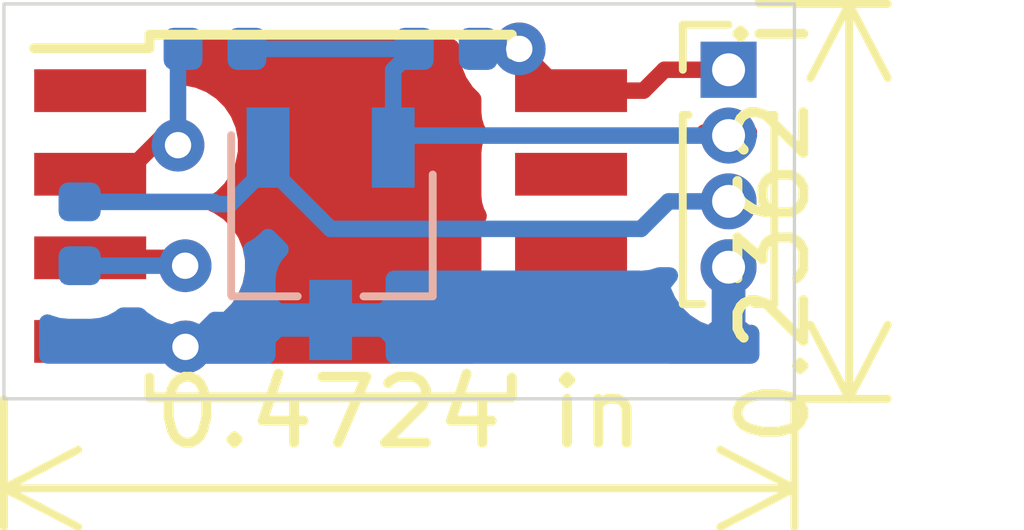
<source format=kicad_pcb>
(kicad_pcb (version 20171130) (host pcbnew "(5.1.2)-1")

  (general
    (thickness 1.6)
    (drawings 6)
    (tracks 46)
    (zones 0)
    (modules 6)
    (nets 11)
  )

  (page A4)
  (layers
    (0 F.Cu signal)
    (31 B.Cu signal)
    (32 B.Adhes user hide)
    (33 F.Adhes user hide)
    (34 B.Paste user hide)
    (35 F.Paste user hide)
    (36 B.SilkS user hide)
    (37 F.SilkS user)
    (38 B.Mask user)
    (39 F.Mask user)
    (40 Dwgs.User user)
    (41 Cmts.User user)
    (42 Eco1.User user)
    (43 Eco2.User user)
    (44 Edge.Cuts user)
    (45 Margin user)
    (46 B.CrtYd user)
    (47 F.CrtYd user)
    (48 B.Fab user hide)
    (49 F.Fab user hide)
  )

  (setup
    (last_trace_width 0.25)
    (trace_clearance 0.2)
    (zone_clearance 0.508)
    (zone_45_only no)
    (trace_min 0.2)
    (via_size 0.8)
    (via_drill 0.4)
    (via_min_size 0.4)
    (via_min_drill 0.3)
    (uvia_size 0.3)
    (uvia_drill 0.1)
    (uvias_allowed no)
    (uvia_min_size 0.2)
    (uvia_min_drill 0.1)
    (edge_width 0.05)
    (segment_width 0.2)
    (pcb_text_width 0.3)
    (pcb_text_size 1.5 1.5)
    (mod_edge_width 0.12)
    (mod_text_size 1 1)
    (mod_text_width 0.15)
    (pad_size 1.524 1.524)
    (pad_drill 0.762)
    (pad_to_mask_clearance 0.051)
    (solder_mask_min_width 0.25)
    (aux_axis_origin 0 0)
    (visible_elements 7FFFFFFF)
    (pcbplotparams
      (layerselection 0x010fc_ffffffff)
      (usegerberextensions true)
      (usegerberattributes false)
      (usegerberadvancedattributes false)
      (creategerberjobfile true)
      (excludeedgelayer true)
      (linewidth 0.100000)
      (plotframeref false)
      (viasonmask false)
      (mode 1)
      (useauxorigin false)
      (hpglpennumber 1)
      (hpglpenspeed 20)
      (hpglpendiameter 15.000000)
      (psnegative false)
      (psa4output false)
      (plotreference true)
      (plotvalue true)
      (plotinvisibletext false)
      (padsonsilk false)
      (subtractmaskfromsilk false)
      (outputformat 1)
      (mirror false)
      (drillshape 0)
      (scaleselection 1)
      (outputdirectory "gerber/"))
  )

  (net 0 "")
  (net 1 +D)
  (net 2 -D)
  (net 3 GND)
  (net 4 +V)
  (net 5 "Net-(R1-Pad1)")
  (net 6 "Net-(R2-Pad1)")
  (net 7 "Net-(U1-Pad1)")
  (net 8 "Net-(U1-Pad5)")
  (net 9 "Net-(U1-Pad6)")
  (net 10 "Net-(U1-Pad7)")

  (net_class Default "Esta es la clase de red por defecto."
    (clearance 0.2)
    (trace_width 0.25)
    (via_dia 0.8)
    (via_drill 0.4)
    (uvia_dia 0.3)
    (uvia_drill 0.1)
    (add_net +D)
    (add_net +V)
    (add_net -D)
    (add_net GND)
    (add_net "Net-(R1-Pad1)")
    (add_net "Net-(R2-Pad1)")
    (add_net "Net-(U1-Pad1)")
    (add_net "Net-(U1-Pad5)")
    (add_net "Net-(U1-Pad6)")
    (add_net "Net-(U1-Pad7)")
  )

  (module Resistor_SMD:R_0402_1005Metric (layer B.Cu) (tedit 5B301BBD) (tstamp 5CF71289)
    (at 88.148933 46.492592 90)
    (descr "Resistor SMD 0402 (1005 Metric), square (rectangular) end terminal, IPC_7351 nominal, (Body size source: http://www.tortai-tech.com/upload/download/2011102023233369053.pdf), generated with kicad-footprint-generator")
    (tags resistor)
    (path /5CF65D1A)
    (attr smd)
    (fp_text reference R1 (at 0 1.82 270) (layer B.SilkS) hide
      (effects (font (size 1 1) (thickness 0.15)) (justify mirror))
    )
    (fp_text value 68R (at 0 -1.82 270) (layer B.Fab) hide
      (effects (font (size 1 1) (thickness 0.15)) (justify mirror))
    )
    (fp_text user %R (at 0 0 270) (layer B.Fab) hide
      (effects (font (size 0.8 0.8) (thickness 0.12)) (justify mirror))
    )
    (fp_line (start 0.93 -0.47) (end -0.93 -0.47) (layer B.CrtYd) (width 0.05))
    (fp_line (start 0.93 0.47) (end 0.93 -0.47) (layer B.CrtYd) (width 0.05))
    (fp_line (start -0.93 0.47) (end 0.93 0.47) (layer B.CrtYd) (width 0.05))
    (fp_line (start -0.93 -0.47) (end -0.93 0.47) (layer B.CrtYd) (width 0.05))
    (fp_line (start 0.5 -0.25) (end -0.5 -0.25) (layer B.Fab) (width 0.1))
    (fp_line (start 0.5 0.25) (end 0.5 -0.25) (layer B.Fab) (width 0.1))
    (fp_line (start -0.5 0.25) (end 0.5 0.25) (layer B.Fab) (width 0.1))
    (fp_line (start -0.5 -0.25) (end -0.5 0.25) (layer B.Fab) (width 0.1))
    (pad 2 smd roundrect (at 0.485 0 90) (size 0.59 0.64) (layers B.Cu B.Paste B.Mask) (roundrect_rratio 0.25)
      (net 1 +D))
    (pad 1 smd roundrect (at -0.485 0 90) (size 0.59 0.64) (layers B.Cu B.Paste B.Mask) (roundrect_rratio 0.25)
      (net 5 "Net-(R1-Pad1)"))
    (model ${KISYS3DMOD}/Resistor_SMD.3dshapes/R_0402_1005Metric.wrl
      (at (xyz 0 0 0))
      (scale (xyz 1 1 1))
      (rotate (xyz 0 0 0))
    )
  )

  (module Resistor_SMD:R_0402_1005Metric (layer B.Cu) (tedit 5B301BBD) (tstamp 5CF712B3)
    (at 90.203933 43.682592)
    (descr "Resistor SMD 0402 (1005 Metric), square (rectangular) end terminal, IPC_7351 nominal, (Body size source: http://www.tortai-tech.com/upload/download/2011102023233369053.pdf), generated with kicad-footprint-generator")
    (tags resistor)
    (path /5CF668C7)
    (attr smd)
    (fp_text reference R2 (at 0 1.82) (layer B.SilkS) hide
      (effects (font (size 1 1) (thickness 0.15)) (justify mirror))
    )
    (fp_text value 68R (at 0 -1.82) (layer B.Fab) hide
      (effects (font (size 1 1) (thickness 0.15)) (justify mirror))
    )
    (fp_text user %R (at 0 0) (layer B.Fab)
      (effects (font (size 0.8 0.8) (thickness 0.12)) (justify mirror))
    )
    (fp_line (start 0.93 -0.47) (end -0.93 -0.47) (layer B.CrtYd) (width 0.05))
    (fp_line (start 0.93 0.47) (end 0.93 -0.47) (layer B.CrtYd) (width 0.05))
    (fp_line (start -0.93 0.47) (end 0.93 0.47) (layer B.CrtYd) (width 0.05))
    (fp_line (start -0.93 -0.47) (end -0.93 0.47) (layer B.CrtYd) (width 0.05))
    (fp_line (start 0.5 -0.25) (end -0.5 -0.25) (layer B.Fab) (width 0.1))
    (fp_line (start 0.5 0.25) (end 0.5 -0.25) (layer B.Fab) (width 0.1))
    (fp_line (start -0.5 0.25) (end 0.5 0.25) (layer B.Fab) (width 0.1))
    (fp_line (start -0.5 -0.25) (end -0.5 0.25) (layer B.Fab) (width 0.1))
    (pad 2 smd roundrect (at 0.485 0) (size 0.59 0.64) (layers B.Cu B.Paste B.Mask) (roundrect_rratio 0.25)
      (net 2 -D))
    (pad 1 smd roundrect (at -0.485 0) (size 0.59 0.64) (layers B.Cu B.Paste B.Mask) (roundrect_rratio 0.25)
      (net 6 "Net-(R2-Pad1)"))
    (model ${KISYS3DMOD}/Resistor_SMD.3dshapes/R_0402_1005Metric.wrl
      (at (xyz 0 0 0))
      (scale (xyz 1 1 1))
      (rotate (xyz 0 0 0))
    )
  )

  (module Resistor_SMD:R_0402_1005Metric (layer B.Cu) (tedit 5B301BBD) (tstamp 5CF712DD)
    (at 93.713933 43.682592 180)
    (descr "Resistor SMD 0402 (1005 Metric), square (rectangular) end terminal, IPC_7351 nominal, (Body size source: http://www.tortai-tech.com/upload/download/2011102023233369053.pdf), generated with kicad-footprint-generator")
    (tags resistor)
    (path /5CF6978E)
    (attr smd)
    (fp_text reference R3 (at 0 1.82 180) (layer B.SilkS) hide
      (effects (font (size 1 1) (thickness 0.15)) (justify mirror))
    )
    (fp_text value 1K5 (at 0 -1.82 180) (layer B.Fab) hide
      (effects (font (size 1 1) (thickness 0.15)) (justify mirror))
    )
    (fp_text user %R (at 0 0 180) (layer B.Fab)
      (effects (font (size 0.8 0.8) (thickness 0.12)) (justify mirror))
    )
    (fp_line (start 0.93 -0.47) (end -0.93 -0.47) (layer B.CrtYd) (width 0.05))
    (fp_line (start 0.93 0.47) (end 0.93 -0.47) (layer B.CrtYd) (width 0.05))
    (fp_line (start -0.93 0.47) (end 0.93 0.47) (layer B.CrtYd) (width 0.05))
    (fp_line (start -0.93 -0.47) (end -0.93 0.47) (layer B.CrtYd) (width 0.05))
    (fp_line (start 0.5 -0.25) (end -0.5 -0.25) (layer B.Fab) (width 0.1))
    (fp_line (start 0.5 0.25) (end 0.5 -0.25) (layer B.Fab) (width 0.1))
    (fp_line (start -0.5 0.25) (end 0.5 0.25) (layer B.Fab) (width 0.1))
    (fp_line (start -0.5 -0.25) (end -0.5 0.25) (layer B.Fab) (width 0.1))
    (pad 2 smd roundrect (at 0.485 0 180) (size 0.59 0.64) (layers B.Cu B.Paste B.Mask) (roundrect_rratio 0.25)
      (net 2 -D))
    (pad 1 smd roundrect (at -0.485 0 180) (size 0.59 0.64) (layers B.Cu B.Paste B.Mask) (roundrect_rratio 0.25)
      (net 4 +V))
    (model ${KISYS3DMOD}/Resistor_SMD.3dshapes/R_0402_1005Metric.wrl
      (at (xyz 0 0 0))
      (scale (xyz 1 1 1))
      (rotate (xyz 0 0 0))
    )
  )

  (module Package_TO_SOT_SMD:TSOT-23 (layer B.Cu) (tedit 5A02FF57) (tstamp 5CF71388)
    (at 91.958933 46.492592 270)
    (descr "3-pin TSOT23 package, http://www.analog.com.tw/pdf/All_In_One.pdf")
    (tags TSOT-23)
    (path /5CF82F4C)
    (attr smd)
    (fp_text reference D1 (at 0 2.45 270) (layer B.SilkS) hide
      (effects (font (size 1 1) (thickness 0.15)) (justify mirror))
    )
    (fp_text value D_Zener_x2_ACom_KKA (at 0 -2.5 270) (layer B.Fab) hide
      (effects (font (size 1 1) (thickness 0.15)) (justify mirror))
    )
    (fp_text user %R (at 0 0) (layer B.Fab)
      (effects (font (size 0.5 0.5) (thickness 0.075)) (justify mirror))
    )
    (fp_line (start 0.95 -0.5) (end 0.95 -1.55) (layer B.SilkS) (width 0.12))
    (fp_line (start 0.95 -1.55) (end -0.9 -1.55) (layer B.SilkS) (width 0.12))
    (fp_line (start 0.95 1.5) (end 0.95 0.5) (layer B.SilkS) (width 0.12))
    (fp_line (start 0.93 1.51) (end -1.5 1.51) (layer B.SilkS) (width 0.12))
    (fp_line (start -0.88 1) (end -0.43 1.45) (layer B.Fab) (width 0.1))
    (fp_line (start 0.88 1.45) (end -0.43 1.45) (layer B.Fab) (width 0.1))
    (fp_line (start -0.88 1) (end -0.88 -1.45) (layer B.Fab) (width 0.1))
    (fp_line (start 0.88 -1.45) (end -0.88 -1.45) (layer B.Fab) (width 0.1))
    (fp_line (start 0.88 1.45) (end 0.88 -1.45) (layer B.Fab) (width 0.1))
    (fp_line (start -2.17 1.7) (end 2.17 1.7) (layer B.CrtYd) (width 0.05))
    (fp_line (start -2.17 1.7) (end -2.17 -1.7) (layer B.CrtYd) (width 0.05))
    (fp_line (start 2.17 -1.7) (end 2.17 1.7) (layer B.CrtYd) (width 0.05))
    (fp_line (start 2.17 -1.7) (end -2.17 -1.7) (layer B.CrtYd) (width 0.05))
    (pad 1 smd rect (at -1.31 0.95 270) (size 1.22 0.65) (layers B.Cu B.Paste B.Mask)
      (net 1 +D))
    (pad 2 smd rect (at -1.31 -0.95 270) (size 1.22 0.65) (layers B.Cu B.Paste B.Mask)
      (net 2 -D))
    (pad 3 smd rect (at 1.31 0 270) (size 1.22 0.65) (layers B.Cu B.Paste B.Mask)
      (net 3 GND))
    (model ${KISYS3DMOD}/Package_TO_SOT_SMD.3dshapes/TSOT-23.wrl
      (at (xyz 0 0 0))
      (scale (xyz 1 1 1))
      (rotate (xyz 0 0 0))
    )
  )

  (module Connector_PinHeader_1.00mm:PinHeader_1x04_P1.00mm_Vertical (layer F.Cu) (tedit 59FED738) (tstamp 5CF6EAD0)
    (at 98 44)
    (descr "Through hole straight pin header, 1x04, 1.00mm pitch, single row")
    (tags "Through hole pin header THT 1x04 1.00mm single row")
    (path /5CF6A0EE)
    (fp_text reference J1 (at 0 -2.39) (layer B.SilkS) hide
      (effects (font (size 1 1) (thickness 0.15)))
    )
    (fp_text value USB_A (at 0 4.56) (layer F.Fab) hide
      (effects (font (size 1 1) (thickness 0.15)))
    )
    (fp_line (start -0.3175 -0.5) (end 0.635 -0.5) (layer F.Fab) (width 0.1))
    (fp_line (start 0.635 -0.5) (end 0.635 3.5) (layer F.Fab) (width 0.1))
    (fp_line (start 0.635 3.5) (end -0.635 3.5) (layer F.Fab) (width 0.1))
    (fp_line (start -0.635 3.5) (end -0.635 -0.1825) (layer F.Fab) (width 0.1))
    (fp_line (start -0.635 -0.1825) (end -0.3175 -0.5) (layer F.Fab) (width 0.1))
    (fp_line (start -0.695 3.56) (end -0.394493 3.56) (layer F.SilkS) (width 0.12))
    (fp_line (start 0.394493 3.56) (end 0.695 3.56) (layer F.SilkS) (width 0.12))
    (fp_line (start -0.695 0.685) (end -0.695 3.56) (layer F.SilkS) (width 0.12))
    (fp_line (start 0.695 0.685) (end 0.695 3.56) (layer F.SilkS) (width 0.12))
    (fp_line (start -0.695 0.685) (end -0.608276 0.685) (layer F.SilkS) (width 0.12))
    (fp_line (start 0.608276 0.685) (end 0.695 0.685) (layer F.SilkS) (width 0.12))
    (fp_line (start -0.695 0) (end -0.695 -0.685) (layer F.SilkS) (width 0.12))
    (fp_line (start -0.695 -0.685) (end 0 -0.685) (layer F.SilkS) (width 0.12))
    (fp_line (start -1.15 -1) (end -1.15 4) (layer F.CrtYd) (width 0.05))
    (fp_line (start -1.15 4) (end 1.15 4) (layer F.CrtYd) (width 0.05))
    (fp_line (start 1.15 4) (end 1.15 -1) (layer F.CrtYd) (width 0.05))
    (fp_line (start 1.15 -1) (end -1.15 -1) (layer F.CrtYd) (width 0.05))
    (fp_text user %R (at 0 1.5 90) (layer F.Fab)
      (effects (font (size 0.76 0.76) (thickness 0.114)))
    )
    (pad 1 thru_hole rect (at 0 0) (size 0.85 0.85) (drill 0.5) (layers *.Cu *.Mask)
      (net 4 +V))
    (pad 2 thru_hole oval (at 0 1) (size 0.85 0.85) (drill 0.5) (layers *.Cu *.Mask)
      (net 2 -D))
    (pad 3 thru_hole oval (at 0 2) (size 0.85 0.85) (drill 0.5) (layers *.Cu *.Mask)
      (net 1 +D))
    (pad 4 thru_hole oval (at 0 3) (size 0.85 0.85) (drill 0.5) (layers *.Cu *.Mask)
      (net 3 GND))
    (model ${KISYS3DMOD}/Connector_PinHeader_1.00mm.3dshapes/PinHeader_1x04_P1.00mm_Vertical.wrl
      (at (xyz 0 0 0))
      (scale (xyz 1 1 1))
      (rotate (xyz 0 0 0))
    )
  )

  (module Package_SO:SOIJ-8_5.3x5.3mm_P1.27mm (layer F.Cu) (tedit 5A02F2D3) (tstamp 5CF713CC)
    (at 91.958933 46.222592)
    (descr "8-Lead Plastic Small Outline (SM) - Medium, 5.28 mm Body [SOIC] (see Microchip Packaging Specification 00000049BS.pdf)")
    (tags "SOIC 1.27")
    (path /5CF64834)
    (attr smd)
    (fp_text reference U1 (at 0 -3.68) (layer B.SilkS) hide
      (effects (font (size 1 1) (thickness 0.15)))
    )
    (fp_text value ATtiny85V-10SU (at 0 3.68) (layer F.Fab) hide
      (effects (font (size 1 1) (thickness 0.15)))
    )
    (fp_text user %R (at 0 0) (layer F.Fab) hide
      (effects (font (size 1 1) (thickness 0.15)))
    )
    (fp_line (start -1.65 -2.65) (end 2.65 -2.65) (layer F.Fab) (width 0.15))
    (fp_line (start 2.65 -2.65) (end 2.65 2.65) (layer F.Fab) (width 0.15))
    (fp_line (start 2.65 2.65) (end -2.65 2.65) (layer F.Fab) (width 0.15))
    (fp_line (start -2.65 2.65) (end -2.65 -1.65) (layer F.Fab) (width 0.15))
    (fp_line (start -2.65 -1.65) (end -1.65 -2.65) (layer F.Fab) (width 0.15))
    (fp_line (start -4.75 -2.95) (end -4.75 2.95) (layer F.CrtYd) (width 0.05))
    (fp_line (start 4.75 -2.95) (end 4.75 2.95) (layer F.CrtYd) (width 0.05))
    (fp_line (start -4.75 -2.95) (end 4.75 -2.95) (layer F.CrtYd) (width 0.05))
    (fp_line (start -4.75 2.95) (end 4.75 2.95) (layer F.CrtYd) (width 0.05))
    (fp_line (start -2.75 -2.755) (end -2.75 -2.55) (layer F.SilkS) (width 0.15))
    (fp_line (start 2.75 -2.755) (end 2.75 -2.455) (layer F.SilkS) (width 0.15))
    (fp_line (start 2.75 2.755) (end 2.75 2.455) (layer F.SilkS) (width 0.15))
    (fp_line (start -2.75 2.755) (end -2.75 2.455) (layer F.SilkS) (width 0.15))
    (fp_line (start -2.75 -2.755) (end 2.75 -2.755) (layer F.SilkS) (width 0.15))
    (fp_line (start -2.75 2.755) (end 2.75 2.755) (layer F.SilkS) (width 0.15))
    (fp_line (start -2.75 -2.55) (end -4.5 -2.55) (layer F.SilkS) (width 0.15))
    (pad 1 smd rect (at -3.65 -1.905) (size 1.7 0.65) (layers F.Cu F.Paste F.Mask)
      (net 7 "Net-(U1-Pad1)"))
    (pad 2 smd rect (at -3.65 -0.635) (size 1.7 0.65) (layers F.Cu F.Paste F.Mask)
      (net 6 "Net-(R2-Pad1)"))
    (pad 3 smd rect (at -3.65 0.635) (size 1.7 0.65) (layers F.Cu F.Paste F.Mask)
      (net 5 "Net-(R1-Pad1)"))
    (pad 4 smd rect (at -3.65 1.905) (size 1.7 0.65) (layers F.Cu F.Paste F.Mask)
      (net 3 GND))
    (pad 5 smd rect (at 3.65 1.905) (size 1.7 0.65) (layers F.Cu F.Paste F.Mask)
      (net 8 "Net-(U1-Pad5)"))
    (pad 6 smd rect (at 3.65 0.635) (size 1.7 0.65) (layers F.Cu F.Paste F.Mask)
      (net 9 "Net-(U1-Pad6)"))
    (pad 7 smd rect (at 3.65 -0.635) (size 1.7 0.65) (layers F.Cu F.Paste F.Mask)
      (net 10 "Net-(U1-Pad7)"))
    (pad 8 smd rect (at 3.65 -1.905) (size 1.7 0.65) (layers F.Cu F.Paste F.Mask)
      (net 4 +V))
    (model ${KISYS3DMOD}/Package_SO.3dshapes/SOIJ-8_5.3x5.3mm_P1.27mm.wrl
      (at (xyz 0 0 0))
      (scale (xyz 1 1 1))
      (rotate (xyz 0 0 0))
    )
  )

  (dimension 6 (width 0.12) (layer F.SilkS)
    (gr_text "6,000 mm" (at 101.1 46 90) (layer F.SilkS)
      (effects (font (size 1 1) (thickness 0.15)))
    )
    (feature1 (pts (xy 99 43) (xy 100.416421 43)))
    (feature2 (pts (xy 99 49) (xy 100.416421 49)))
    (crossbar (pts (xy 99.83 49) (xy 99.83 43)))
    (arrow1a (pts (xy 99.83 43) (xy 100.416421 44.126504)))
    (arrow1b (pts (xy 99.83 43) (xy 99.243579 44.126504)))
    (arrow2a (pts (xy 99.83 49) (xy 100.416421 47.873496)))
    (arrow2b (pts (xy 99.83 49) (xy 99.243579 47.873496)))
  )
  (dimension 12 (width 0.12) (layer F.SilkS)
    (gr_text "12,000 mm" (at 93 51.63) (layer F.SilkS)
      (effects (font (size 1 1) (thickness 0.15)))
    )
    (feature1 (pts (xy 87 49) (xy 87 50.946421)))
    (feature2 (pts (xy 99 49) (xy 99 50.946421)))
    (crossbar (pts (xy 99 50.36) (xy 87 50.36)))
    (arrow1a (pts (xy 87 50.36) (xy 88.126504 49.773579)))
    (arrow1b (pts (xy 87 50.36) (xy 88.126504 50.946421)))
    (arrow2a (pts (xy 99 50.36) (xy 97.873496 49.773579)))
    (arrow2b (pts (xy 99 50.36) (xy 97.873496 50.946421)))
  )
  (gr_line (start 87 49) (end 99 49) (layer Edge.Cuts) (width 0.05) (tstamp 5CF711F3))
  (gr_line (start 87 43) (end 87 49) (layer Edge.Cuts) (width 0.05))
  (gr_line (start 99 43) (end 87 43) (layer Edge.Cuts) (width 0.05))
  (gr_line (start 99 49) (end 99 43) (layer Edge.Cuts) (width 0.05))

  (segment (start 90.433933 46.042592) (end 91.008933 45.467592) (width 0.25) (layer B.Cu) (net 1) (tstamp 5CF7131E))
  (segment (start 90.218933 46.042592) (end 90.433933 46.042592) (width 0.25) (layer B.Cu) (net 1) (tstamp 5CF7131B))
  (segment (start 90.183933 46.007592) (end 90.218933 46.042592) (width 0.25) (layer B.Cu) (net 1) (tstamp 5CF71339))
  (segment (start 88.148933 46.007592) (end 90.183933 46.007592) (width 0.25) (layer B.Cu) (net 1) (tstamp 5CF71318))
  (segment (start 98 46) (end 97.08921 46) (width 0.25) (layer B.Cu) (net 1))
  (segment (start 97.08921 46) (end 96.671668 46.417542) (width 0.25) (layer B.Cu) (net 1))
  (segment (start 96.671668 46.417542) (end 92.317372 46.417542) (width 0.25) (layer B.Cu) (net 1))
  (segment (start 91.008933 45.467592) (end 91.008933 45.182592) (width 0.25) (layer B.Cu) (net 1))
  (segment (start 91.958883 46.417542) (end 91.008933 45.467592) (width 0.25) (layer B.Cu) (net 1))
  (segment (start 92.317372 46.417542) (end 91.958883 46.417542) (width 0.25) (layer B.Cu) (net 1))
  (segment (start 98.308933 45) (end 93.678933 45) (width 0.25) (layer B.Cu) (net 2) (tstamp 5CF71327))
  (segment (start 92.908933 44.002592) (end 93.228933 43.682592) (width 0.25) (layer B.Cu) (net 2) (tstamp 5CF7133C))
  (segment (start 92.908933 45.182592) (end 92.908933 44.002592) (width 0.25) (layer B.Cu) (net 2) (tstamp 5CF71309))
  (segment (start 93.228933 43.682592) (end 90.688933 43.682592) (width 0.25) (layer B.Cu) (net 2) (tstamp 5CF7136C))
  (segment (start 93.091525 45) (end 92.908933 45.182592) (width 0.25) (layer B.Cu) (net 2))
  (segment (start 98 45) (end 93.091525 45) (width 0.25) (layer B.Cu) (net 2))
  (segment (start 98.308933 44.952592) (end 97.633933 44.952592) (width 0.25) (layer F.Cu) (net 2) (tstamp 5CF71366))
  (segment (start 92.108933 47.952592) (end 91.958933 47.802592) (width 0.25) (layer B.Cu) (net 3) (tstamp 5CF7135A))
  (segment (start 91.958933 48.087592) (end 91.79809 48.248435) (width 0.25) (layer B.Cu) (net 3) (tstamp 5CF7130F))
  (segment (start 91.958933 47.802592) (end 91.958933 48.087592) (width 0.25) (layer B.Cu) (net 3) (tstamp 5CF71324))
  (segment (start 91.958933 47.802592) (end 90.200926 47.802592) (width 0.25) (layer B.Cu) (net 3) (tstamp 5CF71321))
  (segment (start 90.200926 47.802592) (end 89.932193 48.071325) (width 0.25) (layer B.Cu) (net 3) (tstamp 5CF71333))
  (via (at 89.755083 48.210598) (size 0.8) (drill 0.4) (layers F.Cu B.Cu) (net 3) (tstamp 5CF7140B))
  (segment (start 89.932193 48.071325) (end 89.894356 48.071325) (width 0.25) (layer B.Cu) (net 3) (tstamp 5CF71306))
  (segment (start 89.894356 48.071325) (end 89.755083 48.210598) (width 0.25) (layer B.Cu) (net 3) (tstamp 5CF71342))
  (segment (start 88.391939 48.210598) (end 88.308933 48.127592) (width 0.25) (layer F.Cu) (net 3) (tstamp 5CF71303))
  (segment (start 89.755083 48.210598) (end 88.391939 48.210598) (width 0.25) (layer F.Cu) (net 3) (tstamp 5CF71300))
  (segment (start 95.768933 44.157592) (end 95.608933 44.317592) (width 0.25) (layer F.Cu) (net 4) (tstamp 5CF712FD))
  (segment (start 94.198933 43.682592) (end 94.822468 43.682592) (width 0.25) (layer B.Cu) (net 4) (tstamp 5CF7134E))
  (via (at 94.822468 43.682592) (size 0.8) (drill 0.4) (layers F.Cu B.Cu) (net 4) (tstamp 5CF71408))
  (segment (start 95.457468 44.317592) (end 94.822468 43.682592) (width 0.25) (layer F.Cu) (net 4) (tstamp 5CF71348))
  (segment (start 95.608933 44.317592) (end 95.457468 44.317592) (width 0.25) (layer F.Cu) (net 4) (tstamp 5CF71351))
  (segment (start 96.708933 44.317592) (end 95.608933 44.317592) (width 0.25) (layer F.Cu) (net 4) (tstamp 5CF71354))
  (segment (start 97.026525 44) (end 96.708933 44.317592) (width 0.25) (layer F.Cu) (net 4))
  (segment (start 98 44) (end 97.026525 44) (width 0.25) (layer F.Cu) (net 4))
  (segment (start 88.148933 46.977592) (end 89.750739 46.977592) (width 0.25) (layer B.Cu) (net 5) (tstamp 5CF7136F))
  (via (at 89.750739 46.977592) (size 0.8) (drill 0.4) (layers F.Cu B.Cu) (net 5) (tstamp 5CF71405))
  (segment (start 89.630739 46.857592) (end 89.750739 46.977592) (width 0.25) (layer F.Cu) (net 5) (tstamp 5CF7132D))
  (segment (start 88.308933 46.857592) (end 89.630739 46.857592) (width 0.25) (layer F.Cu) (net 5) (tstamp 5CF71336))
  (segment (start 88.833933 45.587592) (end 88.308933 45.587592) (width 0.25) (layer F.Cu) (net 6) (tstamp 5CF712FA))
  (segment (start 88.833933 45.587592) (end 89.398895 45.02263) (width 0.25) (layer F.Cu) (net 6) (tstamp 5CF71345))
  (via (at 89.642378 45.145802) (size 0.8) (drill 0.4) (layers F.Cu B.Cu) (net 6) (tstamp 5CF7140E))
  (segment (start 89.398895 45.02263) (end 89.519206 45.02263) (width 0.25) (layer F.Cu) (net 6) (tstamp 5CF71357))
  (segment (start 89.519206 45.02263) (end 89.642378 45.145802) (width 0.25) (layer F.Cu) (net 6) (tstamp 5CF7135D))
  (segment (start 89.642378 43.759147) (end 89.718933 43.682592) (width 0.25) (layer B.Cu) (net 6) (tstamp 5CF71360))
  (segment (start 89.642378 45.145802) (end 89.642378 43.759147) (width 0.25) (layer B.Cu) (net 6) (tstamp 5CF71372))

  (zone (net 3) (net_name GND) (layer F.Cu) (tstamp 5D2199FA) (hatch edge 0.508)
    (connect_pads (clearance 0.508))
    (min_thickness 0.254)
    (fill yes (arc_segments 32) (thermal_gap 0.508) (thermal_bridge_width 0.508))
    (polygon
      (pts
        (xy 87 43) (xy 87 49) (xy 99 49) (xy 99 43)
      )
    )
    (filled_polygon
      (pts
        (xy 93.787468 43.784531) (xy 93.827242 43.98449) (xy 93.905263 44.172848) (xy 94.018531 44.342366) (xy 94.120861 44.444696)
        (xy 94.120861 44.642592) (xy 94.133121 44.767074) (xy 94.169431 44.886772) (xy 94.204613 44.952592) (xy 94.169431 45.018412)
        (xy 94.133121 45.13811) (xy 94.120861 45.262592) (xy 94.120861 45.912592) (xy 94.133121 46.037074) (xy 94.169431 46.156772)
        (xy 94.204613 46.222592) (xy 94.169431 46.288412) (xy 94.133121 46.40811) (xy 94.120861 46.532592) (xy 94.120861 47.182592)
        (xy 94.133121 47.307074) (xy 94.169431 47.426772) (xy 94.204613 47.492592) (xy 94.169431 47.558412) (xy 94.133121 47.67811)
        (xy 94.120861 47.802592) (xy 94.120861 48.34) (xy 89.720591 48.34) (xy 89.635183 48.254592) (xy 88.435933 48.254592)
        (xy 88.435933 48.274592) (xy 88.181933 48.274592) (xy 88.181933 48.254592) (xy 88.161933 48.254592) (xy 88.161933 48.000592)
        (xy 88.181933 48.000592) (xy 88.181933 47.980592) (xy 88.435933 47.980592) (xy 88.435933 48.000592) (xy 89.588471 48.000592)
        (xy 89.6488 48.012592) (xy 89.852678 48.012592) (xy 90.052637 47.972818) (xy 90.240995 47.894797) (xy 90.410513 47.781529)
        (xy 90.554676 47.637366) (xy 90.667944 47.467848) (xy 90.745965 47.27949) (xy 90.785739 47.079531) (xy 90.785739 46.875653)
        (xy 90.745965 46.675694) (xy 90.667944 46.487336) (xy 90.554676 46.317818) (xy 90.410513 46.173655) (xy 90.240995 46.060387)
        (xy 90.176523 46.033682) (xy 90.302152 45.949739) (xy 90.446315 45.805576) (xy 90.559583 45.636058) (xy 90.637604 45.4477)
        (xy 90.677378 45.247741) (xy 90.677378 45.043863) (xy 90.637604 44.843904) (xy 90.559583 44.655546) (xy 90.446315 44.486028)
        (xy 90.302152 44.341865) (xy 90.132634 44.228597) (xy 89.944276 44.150576) (xy 89.797005 44.121282) (xy 89.797005 43.992592)
        (xy 89.784745 43.86811) (xy 89.748435 43.748412) (xy 89.701177 43.66) (xy 93.787468 43.66)
      )
    )
    (filled_polygon
      (pts
        (xy 98.147 47.127) (xy 98.127 47.127) (xy 98.127 47.893621) (xy 98.290064 48.019547) (xy 98.34 47.99987)
        (xy 98.34 48.34) (xy 97.097005 48.34) (xy 97.097005 47.802592) (xy 97.084745 47.67811) (xy 97.048435 47.558412)
        (xy 97.013253 47.492592) (xy 97.041168 47.440368) (xy 97.073966 47.515822) (xy 97.192391 47.686571) (xy 97.341852 47.830936)
        (xy 97.516606 47.943368) (xy 97.709936 48.019547) (xy 97.873 47.893621) (xy 97.873 47.127) (xy 97.853 47.127)
        (xy 97.853 47.05065) (xy 97.947934 47.06) (xy 98.052066 47.06) (xy 98.147 47.05065)
      )
    )
  )
  (zone (net 3) (net_name GND) (layer B.Cu) (tstamp 5D2199F7) (hatch edge 0.508)
    (connect_pads (clearance 0.508))
    (min_thickness 0.254)
    (fill yes (arc_segments 32) (thermal_gap 0.508) (thermal_bridge_width 0.508))
    (polygon
      (pts
        (xy 87 43) (xy 87 49) (xy 99 49) (xy 99 43)
      )
    )
    (filled_polygon
      (pts
        (xy 91.196588 46.730049) (xy 91.182748 46.741407) (xy 91.103396 46.838098) (xy 91.044431 46.948412) (xy 91.008121 47.06811)
        (xy 90.995861 47.192592) (xy 90.998933 47.516842) (xy 91.157683 47.675592) (xy 91.831933 47.675592) (xy 91.831933 47.655592)
        (xy 92.085933 47.655592) (xy 92.085933 47.675592) (xy 92.760183 47.675592) (xy 92.918933 47.516842) (xy 92.922005 47.192592)
        (xy 92.920523 47.177542) (xy 96.634346 47.177542) (xy 96.671668 47.181218) (xy 96.70899 47.177542) (xy 96.709001 47.177542)
        (xy 96.820654 47.166545) (xy 96.951012 47.127002) (xy 97.107741 47.127002) (xy 96.98046 47.290062) (xy 96.991128 47.32525)
        (xy 97.073966 47.515822) (xy 97.192391 47.686571) (xy 97.341852 47.830936) (xy 97.516606 47.943368) (xy 97.709936 48.019547)
        (xy 97.873 47.893621) (xy 97.873 47.127) (xy 97.853 47.127) (xy 97.853 47.05065) (xy 97.947934 47.06)
        (xy 98.052066 47.06) (xy 98.147 47.05065) (xy 98.147 47.127) (xy 98.127 47.127) (xy 98.127 47.893621)
        (xy 98.290064 48.019547) (xy 98.34 47.99987) (xy 98.34 48.34) (xy 92.921317 48.34) (xy 92.918933 48.088342)
        (xy 92.760183 47.929592) (xy 92.085933 47.929592) (xy 92.085933 47.949592) (xy 91.831933 47.949592) (xy 91.831933 47.929592)
        (xy 91.157683 47.929592) (xy 90.998933 48.088342) (xy 90.996549 48.34) (xy 87.66 48.34) (xy 87.66 47.842416)
        (xy 87.675808 47.850866) (xy 87.823176 47.895569) (xy 87.976433 47.910664) (xy 88.321433 47.910664) (xy 88.47469 47.895569)
        (xy 88.622058 47.850866) (xy 88.757873 47.778271) (xy 88.807441 47.737592) (xy 89.047028 47.737592) (xy 89.090965 47.781529)
        (xy 89.260483 47.894797) (xy 89.448841 47.972818) (xy 89.6488 48.012592) (xy 89.852678 48.012592) (xy 90.052637 47.972818)
        (xy 90.240995 47.894797) (xy 90.410513 47.781529) (xy 90.554676 47.637366) (xy 90.667944 47.467848) (xy 90.745965 47.27949)
        (xy 90.785739 47.079531) (xy 90.785739 46.875653) (xy 90.757089 46.731617) (xy 90.858209 46.677566) (xy 90.973934 46.582593)
        (xy 90.997736 46.55359) (xy 91.008933 46.542393)
      )
    )
  )
)

</source>
